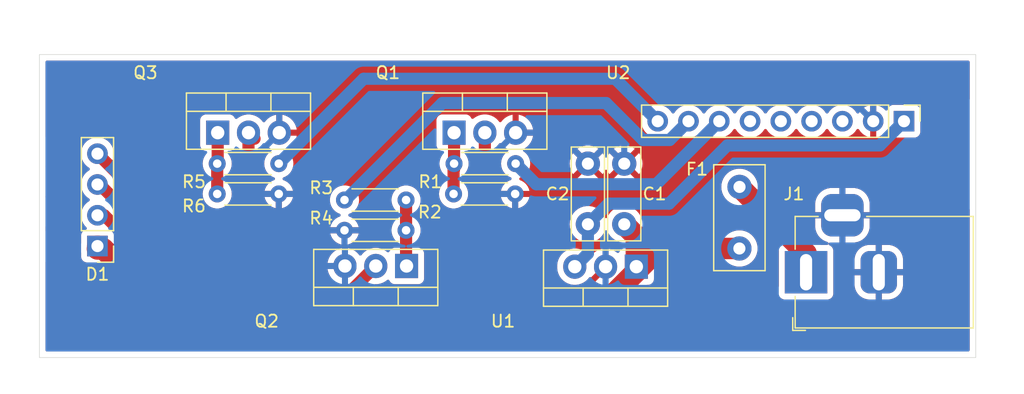
<source format=kicad_pcb>
(kicad_pcb (version 20240108) (generator "pcbnew") (generator_version "8.0")
  (layers (0 "F.Cu" signal) (31 "B.Cu" signal) (34 "B.Paste" user) (35 "F.Paste" user) (36 "B.SilkS" user "B.Silkscreen") (37 "F.SilkS" user "F.Silkscreen") (38 "B.Mask" user) (39 "F.Mask" user) (44 "Edge.Cuts" user))
  (net 0 "")
  (net 1 "+12V")
  (net 2 "GND")
  (net 3 "Net-(Q1-G)")
  (net 4 "Net-(Q2-G)")
  (net 5 "Net-(Q3-G)")
  (net 6 "+5V")
  (net 7 "/LED_STRIP_R")
  (net 8 "/LED_STRIP_G")
  (net 9 "/LED_STRIP_B")
  (net 10 "Net-(F1-Pad2)")
  (net 11 "/LED_PIN_G")
  (net 12 "/LED_PIN_B")
  (net 17 "/LED_PIN_R")
  (footprint "Resistor_THT:R_Axial_DIN0204_L3.6mm_D1.6mm_P5.08mm_Horizontal" (layer "F.Cu") (at 76.42 42)
    (property "Reference" "R6" (at -1.92 1 0) (layer "F.SilkS"))
    (property "Value" "10K" (hide yes))
    (fp_line (start 0.62 -0.92) (end 4.46 -0.92) (stroke (width 0.12)) (layer "F.SilkS"))
    (fp_line (start 0.62 0.92) (end 4.46 0.92) (stroke (width 0.12)) (layer "F.SilkS"))
    (pad "1" thru_hole circle (at 0 0) (size 1.4 1.4) (drill 0.7) (layers "*.Cu" "*.Mask") (net 5 "Net-(Q3-G)"))
    (pad "2" thru_hole oval (at 5.08 0) (size 1.4 1.4) (drill 0.7) (layers "*.Cu" "*.Mask") (net 2 "GND"))
  )
  (footprint "Package_TO_SOT_THT:TO-220-3_Vertical" (layer "F.Cu") (at 76.46 36.945)
    (property "Reference" "Q3" (at -5.96 -4.945 0) (layer "F.SilkS"))
    (property "Value" "IRLB8721PBF" (hide yes))
    (fp_line (start -2.58 -3.27) (end -2.58 1.371) (stroke (width 0.12)) (layer "F.SilkS"))
    (fp_line (start -2.58 -3.27) (end 7.66 -3.27) (stroke (width 0.12)) (layer "F.SilkS"))
    (fp_line (start -2.58 -1.76) (end 7.66 -1.76) (stroke (width 0.12)) (layer "F.SilkS"))
    (fp_line (start -2.58 1.371) (end 7.66 1.371) (stroke (width 0.12)) (layer "F.SilkS"))
    (fp_line (start 0.69 -3.27) (end 0.69 -1.76) (stroke (width 0.12)) (layer "F.SilkS"))
    (fp_line (start 4.391 -3.27) (end 4.391 -1.76) (stroke (width 0.12)) (layer "F.SilkS"))
    (fp_line (start 7.66 -3.27) (end 7.66 1.371) (stroke (width 0.12)) (layer "F.SilkS"))
    (pad "1" thru_hole rect (at 0 0) (size 1.905 2) (drill 1.1) (layers "*.Cu" "*.Mask") (net 5 "Net-(Q3-G)"))
    (pad "2" thru_hole oval (at 2.54 0) (size 1.905 2) (drill 1.1) (layers "*.Cu" "*.Mask") (net 12 "/LED_PIN_B"))
    (pad "3" thru_hole oval (at 5.08 0) (size 1.905 2) (drill 1.1) (layers "*.Cu" "*.Mask") (net 2 "GND"))
  )
  (footprint "Resistor_THT:R_Axial_DIN0204_L3.6mm_D1.6mm_P5.08mm_Horizontal" (layer "F.Cu") (at 95.92 42)
    (property "Reference" "R2" (at -1.96 1.5 0) (layer "F.SilkS"))
    (property "Value" "10K" (hide yes))
    (fp_line (start 0.62 -0.92) (end 4.46 -0.92) (stroke (width 0.12)) (layer "F.SilkS"))
    (fp_line (start 0.62 0.92) (end 4.46 0.92) (stroke (width 0.12)) (layer "F.SilkS"))
    (pad "1" thru_hole circle (at 0 0) (size 1.4 1.4) (drill 0.7) (layers "*.Cu" "*.Mask") (net 3 "Net-(Q1-G)"))
    (pad "2" thru_hole oval (at 5.08 0) (size 1.4 1.4) (drill 0.7) (layers "*.Cu" "*.Mask") (net 2 "GND"))
  )
  (footprint "Resistor_THT:R_Axial_DIN0204_L3.6mm_D1.6mm_P5.08mm_Horizontal" (layer "F.Cu") (at 101.04 39.5 180)
    (property "Reference" "R1" (at 7.04 -1.5 360) (layer "F.SilkS"))
    (property "Value" "22R" (hide yes))
    (fp_line (start 0.62 0.92) (end 4.46 0.92) (stroke (width 0.12)) (layer "F.SilkS"))
    (fp_line (start 0.62 -0.92) (end 4.46 -0.92) (stroke (width 0.12)) (layer "F.SilkS"))
    (pad "1" thru_hole circle (at 0 0 180) (size 1.4 1.4) (drill 0.7) (layers "*.Cu" "*.Mask") (net 7 "/LED_STRIP_R"))
    (pad "2" thru_hole oval (at 5.08 0 180) (size 1.4 1.4) (drill 0.7) (layers "*.Cu" "*.Mask") (net 3 "Net-(Q1-G)"))
  )
  (footprint "Connector_PinHeader_2.54mm:PinHeader_1x09_P2.54mm_Vertical" (layer "F.Cu") (at 133.08 36 -90)
    (property "Reference" "U2" (at -4 23.58 180) (layer "F.SilkS"))
    (property "Value" "ESP32-S3-Zero" (hide yes))
    (fp_line (start -1.33 21.65) (end 1.33 21.65) (stroke (width 0.12)) (layer "F.SilkS"))
    (fp_line (start -1.33 1.27) (end -1.33 21.65) (stroke (width 0.12)) (layer "F.SilkS"))
    (fp_line (start -1.33 1.27) (end 1.33 1.27) (stroke (width 0.12)) (layer "F.SilkS"))
    (fp_line (start 1.33 1.27) (end 1.33 21.65) (stroke (width 0.12)) (layer "F.SilkS"))
    (fp_line (start -1.33 0) (end -1.33 -1.33) (stroke (width 0.12)) (layer "F.SilkS"))
    (fp_line (start -1.33 -1.33) (end 0 -1.33) (stroke (width 0.12)) (layer "F.SilkS"))
    (pad "1" thru_hole rect (at 0 0 270) (size 1.7 1.7) (drill 1) (layers "*.Cu" "*.Mask") (net 6 "+5V"))
    (pad "2" thru_hole oval (at 0 2.54 270) (size 1.7 1.7) (drill 1) (layers "*.Cu" "*.Mask") (net 2 "GND"))
    (pad "3" thru_hole oval (at 0 5.08 270) (size 1.7 1.7) (drill 1) (layers "*.Cu" "*.Mask"))
    (pad "4" thru_hole oval (at 0 7.62 270) (size 1.7 1.7) (drill 1) (layers "*.Cu" "*.Mask"))
    (pad "5" thru_hole oval (at 0 10.16 270) (size 1.7 1.7) (drill 1) (layers "*.Cu" "*.Mask"))
    (pad "6" thru_hole oval (at 0 12.7 270) (size 1.7 1.7) (drill 1) (layers "*.Cu" "*.Mask"))
    (pad "7" thru_hole oval (at 0 15.24 270) (size 1.7 1.7) (drill 1) (layers "*.Cu" "*.Mask") (net 7 "/LED_STRIP_R"))
    (pad "8" thru_hole oval (at 0 17.78 270) (size 1.7 1.7) (drill 1) (layers "*.Cu" "*.Mask") (net 8 "/LED_STRIP_G"))
    (pad "9" thru_hole oval (at 0 20.32 270) (size 1.7 1.7) (drill 1) (layers "*.Cu" "*.Mask") (net 9 "/LED_STRIP_B"))
  )
  (footprint "Connector_BarrelJack:BarrelJack_Horizontal" (layer "F.Cu") (at 125 48.4575 180)
    (property "Reference" "J1" (at 1 6.4575 0) (layer "F.SilkS"))
    (property "Value" "12V 5A" (hide yes))
    (fp_line (start 1.1 -3.75) (end 1.1 -4.8) (stroke (width 0.12)) (layer "F.SilkS"))
    (fp_line (start 0.9 4.6) (end -1 4.6) (stroke (width 0.12)) (layer "F.SilkS"))
    (fp_line (start 0.9 1.9) (end 0.9 4.6) (stroke (width 0.12)) (layer "F.SilkS"))
    (fp_line (start 0.9 -4.6) (end 0.9 -2) (stroke (width 0.12)) (layer "F.SilkS"))
    (fp_line (start 0.05 -4.8) (end 1.1 -4.8) (stroke (width 0.12)) (layer "F.SilkS"))
    (fp_line (start -5 4.6) (end -13.8 4.6) (stroke (width 0.12)) (layer "F.SilkS"))
    (fp_line (start -13.8 4.6) (end -13.8 -4.6) (stroke (width 0.12)) (layer "F.SilkS"))
    (fp_line (start -13.8 -4.6) (end 0.9 -4.6) (stroke (width 0.12)) (layer "F.SilkS"))
    (pad "1" thru_hole rect (at 0 0 180) (size 3.5 3.5) (drill oval 1 3) (layers "*.Cu" "*.Mask") (net 10 "Net-(F1-Pad2)"))
    (pad "2" thru_hole roundrect (at -6 0 180) (size 3 3.5) (drill oval 1 3) (layers "*.Cu" "*.Mask") (net 2 "GND"))
    (pad "3" thru_hole roundrect (at -3 4.7 180) (size 3.5 3.5) (drill oval 3 1) (layers "*.Cu" "*.Mask") (net 2 "GND"))
  )
  (footprint "Connector_PinHeader_2.54mm:PinHeader_1x04_P2.54mm_Vertical" (layer "F.Cu") (at 66.54 46.3 180)
    (property "Reference" "D1" (at 0 -2.33 360) (layer "F.SilkS"))
    (property "Value" "FIT0614" (hide yes))
    (fp_line (start 1.33 1.27) (end 1.33 8.95) (stroke (width 0.12)) (layer "F.SilkS"))
    (fp_line (start -1.33 8.95) (end 1.33 8.95) (stroke (width 0.12)) (layer "F.SilkS"))
    (fp_line (start -1.33 1.27) (end 1.33 1.27) (stroke (width 0.12)) (layer "F.SilkS"))
    (fp_line (start -1.33 1.27) (end -1.33 8.95) (stroke (width 0.12)) (layer "F.SilkS"))
    (fp_line (start -1.33 0) (end -1.33 -1.33) (stroke (width 0.12)) (layer "F.SilkS"))
    (fp_line (start -1.33 -1.33) (end 0 -1.33) (stroke (width 0.12)) (layer "F.SilkS"))
    (pad "1" thru_hole rect (at 0 0 180) (size 1.7 1.7) (drill 1) (layers "*.Cu" "*.Mask") (net 1 "+12V"))
    (pad "2" thru_hole oval (at 0 2.54 180) (size 1.7 1.7) (drill 1) (layers "*.Cu" "*.Mask") (net 17 "/LED_PIN_R"))
    (pad "3" thru_hole oval (at 0 5.08 180) (size 1.7 1.7) (drill 1) (layers "*.Cu" "*.Mask") (net 11 "/LED_PIN_G"))
    (pad "4" thru_hole oval (at 0 7.62 180) (size 1.7 1.7) (drill 1) (layers "*.Cu" "*.Mask") (net 12 "/LED_PIN_B"))
  )
  (footprint "Fuse:Fuse_Littelfuse_395Series" (layer "F.Cu") (at 119.5 46.5 90)
    (property "Reference" "F1" (at 6.54 -3.5 180) (layer "F.SilkS"))
    (property "Value" "Fuse" (hide yes))
    (fp_line (start -1.83 -2.12) (end 6.91 -2.12) (stroke (width 0.12)) (layer "F.SilkS"))
    (fp_line (start -1.83 -2.12) (end -1.83 2.12) (stroke (width 0.12)) (layer "F.SilkS"))
    (fp_line (start 6.91 2.12) (end 6.91 -2.12) (stroke (width 0.12)) (layer "F.SilkS"))
    (fp_line (start 6.91 2.12) (end -1.83 2.12) (stroke (width 0.12)) (layer "F.SilkS"))
    (pad "1" thru_hole circle (at 0 0 90) (size 2 2) (drill 1) (layers "*.Cu" "*.Mask") (net 1 "+12V"))
    (pad "2" thru_hole circle (at 5.08 0.01 90) (size 2 2) (drill 1) (layers "*.Cu" "*.Mask") (net 10 "Net-(F1-Pad2)"))
  )
  (footprint "Resistor_THT:R_Axial_DIN0204_L3.6mm_D1.6mm_P5.08mm_Horizontal" (layer "F.Cu") (at 92 45 180)
    (property "Reference" "R4" (at 7 1 360) (layer "F.SilkS"))
    (property "Value" "10K" (hide yes))
    (fp_line (start 0.62 0.92) (end 4.46 0.92) (stroke (width 0.12)) (layer "F.SilkS"))
    (fp_line (start 0.62 -0.92) (end 4.46 -0.92) (stroke (width 0.12)) (layer "F.SilkS"))
    (pad "1" thru_hole circle (at 0 0 180) (size 1.4 1.4) (drill 0.7) (layers "*.Cu" "*.Mask") (net 4 "Net-(Q2-G)"))
    (pad "2" thru_hole oval (at 5.08 0 180) (size 1.4 1.4) (drill 0.7) (layers "*.Cu" "*.Mask") (net 2 "GND"))
  )
  (footprint "Resistor_THT:R_Axial_DIN0204_L3.6mm_D1.6mm_P5.08mm_Horizontal" (layer "F.Cu") (at 86.92 42.5)
    (property "Reference" "R3" (at -1.92 -1 0) (layer "F.SilkS"))
    (property "Value" "22R" (hide yes))
    (fp_line (start 0.62 -0.92) (end 4.46 -0.92) (stroke (width 0.12)) (layer "F.SilkS"))
    (fp_line (start 0.62 0.92) (end 4.46 0.92) (stroke (width 0.12)) (layer "F.SilkS"))
    (pad "1" thru_hole circle (at 0 0) (size 1.4 1.4) (drill 0.7) (layers "*.Cu" "*.Mask") (net 8 "/LED_STRIP_G"))
    (pad "2" thru_hole oval (at 5.08 0) (size 1.4 1.4) (drill 0.7) (layers "*.Cu" "*.Mask") (net 4 "Net-(Q2-G)"))
  )
  (footprint "Package_TO_SOT_THT:TO-220-3_Vertical" (layer "F.Cu") (at 92.04 47.945 180)
    (property "Reference" "Q2" (at 11.54 -4.555 360) (layer "F.SilkS"))
    (property "Value" "IRLB8721PBF" (hide yes))
    (fp_line (start 7.66 -3.27) (end 7.66 1.371) (stroke (width 0.12)) (layer "F.SilkS"))
    (fp_line (start 4.391 -3.27) (end 4.391 -1.76) (stroke (width 0.12)) (layer "F.SilkS"))
    (fp_line (start 0.69 -3.27) (end 0.69 -1.76) (stroke (width 0.12)) (layer "F.SilkS"))
    (fp_line (start -2.58 1.371) (end 7.66 1.371) (stroke (width 0.12)) (layer "F.SilkS"))
    (fp_line (start -2.58 -1.76) (end 7.66 -1.76) (stroke (width 0.12)) (layer "F.SilkS"))
    (fp_line (start -2.58 -3.27) (end 7.66 -3.27) (stroke (width 0.12)) (layer "F.SilkS"))
    (fp_line (start -2.58 -3.27) (end -2.58 1.371) (stroke (width 0.12)) (layer "F.SilkS"))
    (pad "1" thru_hole rect (at 0 0 180) (size 1.905 2) (drill 1.1) (layers "*.Cu" "*.Mask") (net 4 "Net-(Q2-G)"))
    (pad "2" thru_hole oval (at 2.54 0 180) (size 1.905 2) (drill 1.1) (layers "*.Cu" "*.Mask") (net 11 "/LED_PIN_G"))
    (pad "3" thru_hole oval (at 5.08 0 180) (size 1.905 2) (drill 1.1) (layers "*.Cu" "*.Mask") (net 2 "GND"))
  )
  (footprint "Package_TO_SOT_THT:TO-220-3_Vertical" (layer "F.Cu") (at 111 48 180)
    (property "Reference" "U1" (at 11 -4.5 360) (layer "F.SilkS"))
    (property "Value" "LM7805" (hide yes))
    (fp_line (start 7.66 -3.27) (end 7.66 1.371) (stroke (width 0.12)) (layer "F.SilkS"))
    (fp_line (start 4.391 -3.27) (end 4.391 -1.76) (stroke (width 0.12)) (layer "F.SilkS"))
    (fp_line (start 0.69 -3.27) (end 0.69 -1.76) (stroke (width 0.12)) (layer "F.SilkS"))
    (fp_line (start -2.58 1.371) (end 7.66 1.371) (stroke (width 0.12)) (layer "F.SilkS"))
    (fp_line (start -2.58 -1.76) (end 7.66 -1.76) (stroke (width 0.12)) (layer "F.SilkS"))
    (fp_line (start -2.58 -3.27) (end 7.66 -3.27) (stroke (width 0.12)) (layer "F.SilkS"))
    (fp_line (start -2.58 -3.27) (end -2.58 1.371) (stroke (width 0.12)) (layer "F.SilkS"))
    (pad "1" thru_hole rect (at 0 0 180) (size 1.905 2) (drill 1.1) (layers "*.Cu" "*.Mask") (net 1 "+12V"))
    (pad "2" thru_hole oval (at 2.54 0 180) (size 1.905 2) (drill 1.1) (layers "*.Cu" "*.Mask") (net 2 "GND"))
    (pad "3" thru_hole oval (at 5.08 0 180) (size 1.905 2) (drill 1.1) (layers "*.Cu" "*.Mask") (net 6 "+5V"))
  )
  (footprint "Resistor_THT:R_Axial_DIN0204_L3.6mm_D1.6mm_P5.08mm_Horizontal" (layer "F.Cu") (at 81.5 39.5 180)
    (property "Reference" "R5" (at 7 -1.5 360) (layer "F.SilkS"))
    (property "Value" "22R" (hide yes))
    (fp_line (start 0.62 0.92) (end 4.46 0.92) (stroke (width 0.12)) (layer "F.SilkS"))
    (fp_line (start 0.62 -0.92) (end 4.46 -0.92) (stroke (width 0.12)) (layer "F.SilkS"))
    (pad "1" thru_hole circle (at 0 0 180) (size 1.4 1.4) (drill 0.7) (layers "*.Cu" "*.Mask") (net 9 "/LED_STRIP_B"))
    (pad "2" thru_hole oval (at 5.08 0 180) (size 1.4 1.4) (drill 0.7) (layers "*.Cu" "*.Mask") (net 5 "Net-(Q3-G)"))
  )
  (footprint "Capacitor_THT:C_Disc_D7.5mm_W2.5mm_P5.00mm" (layer "F.Cu") (at 110 44.5 90)
    (property "Reference" "C1" (at 2.5 2.5 180) (layer "F.SilkS"))
    (property "Value" "0.33uF" (hide yes))
    (fp_line (start 6.37 -1.37) (end 6.37 1.37) (stroke (width 0.12)) (layer "F.SilkS"))
    (fp_line (start -1.37 -1.37) (end 6.37 -1.37) (stroke (width 0.12)) (layer "F.SilkS"))
    (fp_line (start -1.37 -1.37) (end -1.37 1.37) (stroke (width 0.12)) (layer "F.SilkS"))
    (fp_line (start -1.37 1.37) (end 6.37 1.37) (stroke (width 0.12)) (layer "F.SilkS"))
    (pad "1" thru_hole circle (at 0 0 90) (size 2 2) (drill 1) (layers "*.Cu" "*.Mask") (net 1 "+12V"))
    (pad "2" thru_hole circle (at 5 0 90) (size 2 2) (drill 1) (layers "*.Cu" "*.Mask") (net 2 "GND"))
  )
  (footprint "Capacitor_THT:C_Disc_D7.5mm_W2.5mm_P5.00mm" (layer "F.Cu") (at 107 44.5 90)
    (property "Reference" "C2" (at 2.5 -2.5 180) (layer "F.SilkS"))
    (property "Value" "0.1uF" (hide yes))
    (fp_line (start 6.37 -1.37) (end 6.37 1.37) (stroke (width 0.12)) (layer "F.SilkS"))
    (fp_line (start -1.37 -1.37) (end 6.37 -1.37) (stroke (width 0.12)) (layer "F.SilkS"))
    (fp_line (start -1.37 -1.37) (end -1.37 1.37) (stroke (width 0.12)) (layer "F.SilkS"))
    (fp_line (start -1.37 1.37) (end 6.37 1.37) (stroke (width 0.12)) (layer "F.SilkS"))
    (pad "1" thru_hole circle (at 0 0 90) (size 2 2) (drill 1) (layers "*.Cu" "*.Mask") (net 6 "+5V"))
    (pad "2" thru_hole circle (at 5 0 90) (size 2 2) (drill 1) (layers "*.Cu" "*.Mask") (net 2 "GND"))
  )
  (footprint "Package_TO_SOT_THT:TO-220-3_Vertical" (layer "F.Cu") (at 95.96 36.945)
    (property "Reference" "Q1" (at -5.46 -4.945 0) (layer "F.SilkS"))
    (property "Value" "IRLB8721PBF" (hide yes))
    (fp_line (start -2.58 -3.27) (end -2.58 1.371) (stroke (width 0.12)) (layer "F.SilkS"))
    (fp_line (start -2.58 -3.27) (end 7.66 -3.27) (stroke (width 0.12)) (layer "F.SilkS"))
    (fp_line (start -2.58 -1.76) (end 7.66 -1.76) (stroke (width 0.12)) (layer "F.SilkS"))
    (fp_line (start -2.58 1.371) (end 7.66 1.371) (stroke (width 0.12)) (layer "F.SilkS"))
    (fp_line (start 0.69 -3.27) (end 0.69 -1.76) (stroke (width 0.12)) (layer "F.SilkS"))
    (fp_line (start 4.391 -3.27) (end 4.391 -1.76) (stroke (width 0.12)) (layer "F.SilkS"))
    (fp_line (start 7.66 -3.27) (end 7.66 1.371) (stroke (width 0.12)) (layer "F.SilkS"))
    (pad "1" thru_hole rect (at 0 0) (size 1.905 2) (drill 1.1) (layers "*.Cu" "*.Mask") (net 3 "Net-(Q1-G)"))
    (pad "2" thru_hole oval (at 2.54 0) (size 1.905 2) (drill 1.1) (layers "*.Cu" "*.Mask") (net 17 "/LED_PIN_R"))
    (pad "3" thru_hole oval (at 5.08 0) (size 1.905 2) (drill 1.1) (layers "*.Cu" "*.Mask") (net 2 "GND"))
  )
  (gr_rect (start 61.75 30.5) (end 139 55.5) (stroke (width 0.05)) (fill none) (layer "Edge.Cuts"))
  (gr_text "V" (at 62.5 45.5 -90) (layer "F.Cu") (effects (font (size 1.5 1.5) (thickness 0.3) (bold yes)) (justify left bottom)))
  (gr_text "G" (at 62.5 40 -90) (layer "F.Cu") (effects (font (size 1.5 1.5) (thickness 0.3) (bold yes)) (justify left bottom)))
  (gr_text "FUSE\n5A" (at 119.5 54.5 0) (layer "F.Cu") (effects (font (size 1.5 1.5) (thickness 0.3) (bold yes)) (justify bottom)))
  (gr_text "B" (at 62.5 37.5 -90) (layer "F.Cu") (effects (font (size 1.5 1.5) (thickness 0.3) (bold yes)) (justify left bottom)))
  (gr_text "12V 5A" (at 138 43 90) (layer "F.Cu") (effects (font (size 1.5 1.5) (thickness 0.3) (bold yes)) (justify left bottom)))
  (gr_text "R" (at 62.5 42.5 -90) (layer "F.Cu") (effects (font (size 1.5 1.5) (thickness 0.3) (bold yes)) (justify left bottom)))
  (segment (start 112.88896 46.5) (end 112 46.5) (width 1.77) (layer "F.Cu") (net 1))
  (segment (start 111 45.5) (end 111 48) (width 1.77) (layer "F.Cu") (net 1))
  (segment (start 111 48.38896) (end 108.19448 51.19448) (width 1.77) (layer "F.Cu") (net 1))
  (segment (start 108.19448 51.19448) (end 105.88896 53.5) (width 1.77) (layer "F.Cu") (net 1))
  (segment (start 110 44.5) (end 111 45.5) (width 1.77) (layer "F.Cu") (net 1))
  (segment (start 66.54 46.54) (end 66.54 46.3) (width 1.74) (layer "F.Cu") (net 1))
  (segment (start 119.5 46.5) (end 112.88896 46.5) (width 1.77) (layer "F.Cu") (net 1))
  (segment (start 112.88896 46.5) (end 108.19448 51.19448) (width 1.77) (layer "F.Cu") (net 1))
  (segment (start 67.04 46.54) (end 66.54 46.54) (width 1.77) (layer "F.Cu") (net 1))
  (segment (start 105.88896 53.5) (end 74 53.5) (width 1.77) (layer "F.Cu") (net 1))
  (segment (start 111 48) (end 111 48.38896) (width 1.77) (layer "F.Cu") (net 1))
  (segment (start 112 46.5) (end 110 44.5) (width 1.77) (layer "F.Cu") (net 1))
  (segment (start 74 53.5) (end 67.04 46.54) (width 1.77) (layer "F.Cu") (net 1))
  (segment (start 107 49.5) (end 108.46 48.04) (width 0.5) (layer "F.Cu") (net 2))
  (segment (start 108.46 48.04) (end 108.46 48) (width 0.5) (layer "F.Cu") (net 2))
  (segment (start 129.54 35) (end 129.5 35) (width 0.5) (layer "B.Cu") (net 2))
  (segment (start 81.54 36.96) (end 80.25 38.25) (width 0.5) (layer "B.Cu") (net 2))
  (segment (start 130.54 36) (end 129.54 35) (width 0.5) (layer "B.Cu") (net 2))
  (segment (start 101.04 36.945) (end 101.04 36.96) (width 0.5) (layer "B.Cu") (net 2))
  (segment (start 81.54 36.945) (end 81.54 36.96) (width 0.5) (layer "B.Cu") (net 2))
  (segment (start 110 39.5) (end 110 38) (width 0.5) (layer "B.Cu") (net 2))
  (segment (start 101.04 36.96) (end 99.5 38.5) (width 0.5) (layer "B.Cu") (net 2))
  (segment (start 95.92 39.54) (end 95.96 39.5) (width 1) (layer "F.Cu") (net 3))
  (segment (start 95.92 40) (end 95.96 39.96) (width 1) (layer "F.Cu") (net 3))
  (segment (start 95.92 40) (end 95.92 39.54) (width 1) (layer "F.Cu") (net 3))
  (segment (start 95.92 42) (end 95.92 40) (width 1) (layer "F.Cu") (net 3))
  (segment (start 95.96 39.96) (end 95.96 36.945) (width 1) (layer "F.Cu") (net 3))
  (segment (start 92.04 47.945) (end 92.04 47.96) (width 1) (layer "F.Cu") (net 4))
  (segment (start 92 48) (end 92 45) (width 1) (layer "F.Cu") (net 4))
  (segment (start 92 42.5) (end 92 45) (width 1) (layer "F.Cu") (net 4))
  (segment (start 92.04 47.96) (end 92 48) (width 1) (layer "F.Cu") (net 4))
  (segment (start 76.46 36.945) (end 76.46 39.46) (width 1) (layer "F.Cu") (net 5))
  (segment (start 76.42 39.5) (end 76.42 42) (width 1) (layer "F.Cu") (net 5))
  (segment (start 76.46 39.46) (end 76.42 39.5) (width 1) (layer "F.Cu") (net 5))
  (segment (start 106 47.92) (end 105.92 48) (width 1) (layer "F.Cu") (net 6))
  (segment (start 107 44.5) (end 107 46.92) (width 1) (layer "B.Cu") (net 6))
  (segment (start 108.7 42.8) (end 107 44.5) (width 1) (layer "B.Cu") (net 6))
  (segment (start 113.7 42.8) (end 108.7 42.8) (width 1) (layer "B.Cu") (net 6))
  (segment (start 107 46.92) (end 105.92 48) (width 1) (layer "B.Cu") (net 6))
  (segment (start 118.5 38) (end 113.7 42.8) (width 1) (layer "B.Cu") (net 6))
  (segment (start 131.08 38) (end 118.5 38) (width 1) (layer "B.Cu") (net 6))
  (segment (start 133.08 36) (end 131.08 38) (width 1) (layer "B.Cu") (net 6))
  (segment (start 102.74 41.2) (end 101.04 39.5) (width 1) (layer "B.Cu") (net 7))
  (segment (start 117.84 36) (end 112.64 41.2) (width 1) (layer "B.Cu") (net 7))
  (segment (start 112.64 41.2) (end 102.74 41.2) (width 1) (layer "B.Cu") (net 7))
  (segment (start 117.84 36) (end 117.84 35.84) (width 1) (layer "B.Cu") (net 7))
  (segment (start 87 42.5) (end 95 34.5) (width 1) (layer "B.Cu") (net 8))
  (segment (start 86.92 42.5) (end 87 42.5) (width 1) (layer "B.Cu") (net 8))
  (segment (start 113.75 37.55) (end 115.3 36) (width 1) (layer "B.Cu") (net 8))
  (segment (start 111.55 37.55) (end 113.75 37.55) (width 1) (layer "B.Cu") (net 8))
  (segment (start 95 34.5) (end 108.5 34.5) (width 1) (layer "B.Cu") (net 8))
  (segment (start 108.5 34.5) (end 111.55 37.55) (width 1) (layer "B.Cu") (net 8))
  (segment (start 112.76 36) (end 109.26 32.5) (width 1) (layer "B.Cu") (net 9))
  (segment (start 109.26 32.5) (end 88.5 32.5) (width 1) (layer "B.Cu") (net 9))
  (segment (start 88.5 32.5) (end 81.5 39.5) (width 1) (layer "B.Cu") (net 9))
  (segment (start 125 48.4575) (end 125 46.91) (width 1.77) (layer "F.Cu") (net 10))
  (segment (start 124.4575 49) (end 125 48.4575) (width 1.77) (layer "F.Cu") (net 10))
  (segment (start 125 46.91) (end 119.51 41.42) (width 1.77) (layer "F.Cu") (net 10))
  (segment (start 87.445 50) (end 89.5 47.945) (width 1) (layer "F.Cu") (net 11))
  (segment (start 75.5 50) (end 87.445 50) (width 1) (layer "F.Cu") (net 11))
  (segment (start 66.72 41.22) (end 75.5 50) (width 1) (layer "F.Cu") (net 11))
  (segment (start 66.54 41.22) (end 66.72 41.22) (width 1) (layer "F.Cu") (net 11))
  (segment (start 79 43.5) (end 79 37.445) (width 1) (layer "F.Cu") (net 12))
  (segment (start 79.5 37.445) (end 79 36.945) (width 1) (layer "F.Cu") (net 12))
  (segment (start 73.36 45.5) (end 77 45.5) (width 1) (layer "F.Cu") (net 12))
  (segment (start 66.54 38.68) (end 73.36 45.5) (width 1) (layer "F.Cu") (net 12))
  (segment (start 77 45.5) (end 79 43.5) (width 1) (layer "F.Cu") (net 12))
  (segment (start 74.84 51.5) (end 67.1 43.76) (width 1) (layer "F.Cu") (net 17))
  (segment (start 98.5 36.945) (end 98.5 47) (width 1) (layer "F.Cu") (net 17))
  (segment (start 94 51.5) (end 74.84 51.5) (width 1) (layer "F.Cu") (net 17))
  (segment (start 66.76 43.76) (end 66.54 43.76) (width 1) (layer "F.Cu") (net 17))
  (segment (start 98.5 47) (end 94 51.5) (width 1) (layer "F.Cu") (net 17))
  (segment (start 67.1 43.76) (end 66.54 43.76) (width 1) (layer "F.Cu") (net 17))
  (zone (net 2) (net_name "GND") (layers "F&B.Cu") (connect_pads (clearance 0.5)) (min_thickness 0.25) (fill yes (thermal_gap 0.5) (thermal_bridge_width 0.5))
    (polygon (pts (xy 58.5 26.5) (xy 143 27) (xy 143 58.5) (xy 58.5 58.5) (xy 59 26)))
  )
)
</source>
